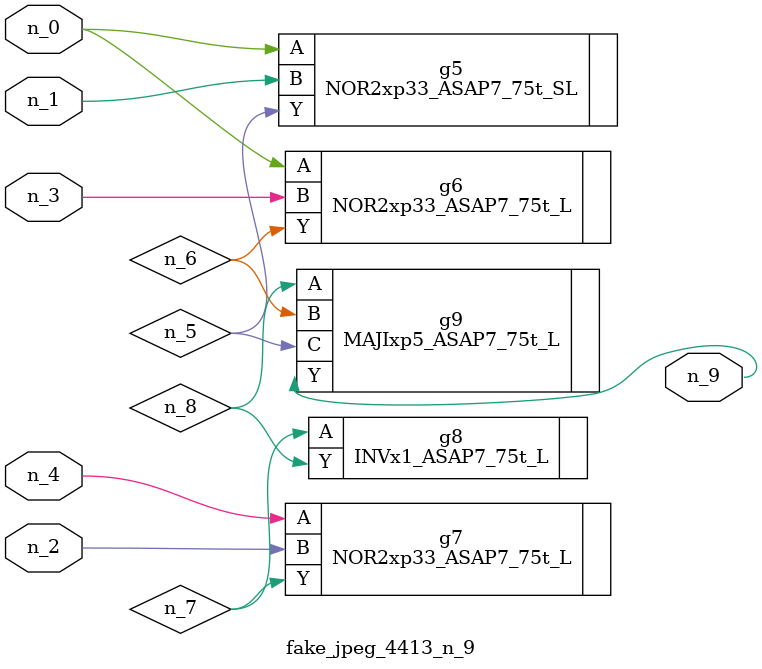
<source format=v>
module fake_jpeg_4413_n_9 (n_3, n_2, n_1, n_0, n_4, n_9);

input n_3;
input n_2;
input n_1;
input n_0;
input n_4;

output n_9;

wire n_8;
wire n_6;
wire n_5;
wire n_7;

NOR2xp33_ASAP7_75t_SL g5 ( 
.A(n_0),
.B(n_1),
.Y(n_5)
);

NOR2xp33_ASAP7_75t_L g6 ( 
.A(n_0),
.B(n_3),
.Y(n_6)
);

NOR2xp33_ASAP7_75t_L g7 ( 
.A(n_4),
.B(n_2),
.Y(n_7)
);

INVx1_ASAP7_75t_L g8 ( 
.A(n_7),
.Y(n_8)
);

MAJIxp5_ASAP7_75t_L g9 ( 
.A(n_8),
.B(n_6),
.C(n_5),
.Y(n_9)
);


endmodule
</source>
